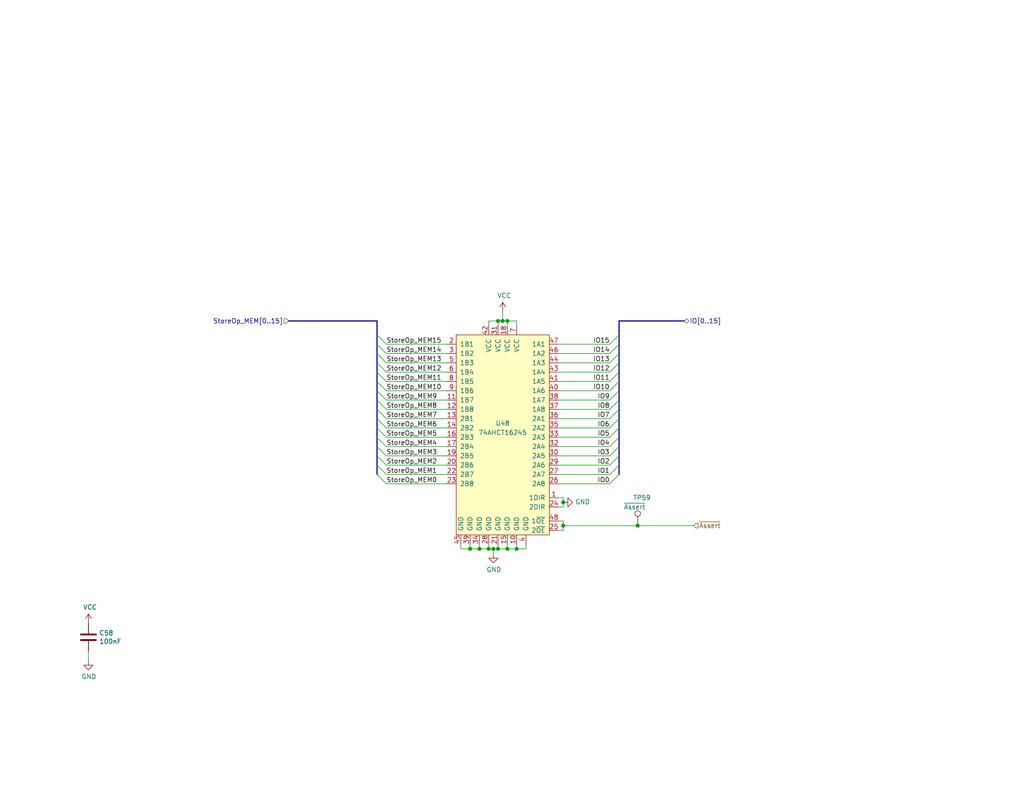
<source format=kicad_sch>
(kicad_sch (version 20211123) (generator eeschema)
  (paper "USLetter")
  (title_block (title "MEM: Buffer StoreOp") (date "2022-04-12") (rev "A (584b6b4f)") (comment 3 "This allows peripheral devices to assert their own value to the bus during a Load.") (comment 4 "The store operand can be disconnected from the system memory bus via tristate outputs."))
  (lib_symbols
    (symbol "74xx (kicad5):74AHCT16245_ba" (pin_names (offset 1.016))
      (property "Reference" "U" (at 0 1.27 0))
      (property "Value" "74AHCT16245_ba" (at 0 -1.27 0))
      (symbol "74AHCT16245_ba_0_1"
        (rectangle (start -12.7 26.67) (end 12.7 -27.94) (fill (type background)))
      )
      (symbol "74AHCT16245_ba_1_1"
        (pin input line (at -15.24 -17.78 0) (length 2.54) (name "1DIR") (number "1"))
        (pin power_in line (at -3.81 -30.48 90) (length 2.54) (name "GND") (number "10"))
        (pin input line (at 15.24 8.89 180) (length 2.54) (name "1B7") (number "11"))
        (pin input line (at 15.24 6.35 180) (length 2.54) (name "1B8") (number "12"))
        (pin input line (at 15.24 3.81 180) (length 2.54) (name "2B1") (number "13"))
        (pin input line (at 15.24 1.27 180) (length 2.54) (name "2B2") (number "14"))
        (pin power_in line (at -1.27 -30.48 90) (length 2.54) (name "GND") (number "15"))
        (pin input line (at 15.24 -1.27 180) (length 2.54) (name "2B3") (number "16"))
        (pin input line (at 15.24 -3.81 180) (length 2.54) (name "2B4") (number "17"))
        (pin power_in line (at -1.27 29.21 270) (length 2.54) (name "VCC") (number "18"))
        (pin input line (at 15.24 -6.35 180) (length 2.54) (name "2B5") (number "19"))
        (pin input line (at 15.24 24.13 180) (length 2.54) (name "1B1") (number "2"))
        (pin input line (at 15.24 -8.89 180) (length 2.54) (name "2B6") (number "20"))
        (pin power_in line (at 1.27 -30.48 90) (length 2.54) (name "GND") (number "21"))
        (pin input line (at 15.24 -11.43 180) (length 2.54) (name "2B7") (number "22"))
        (pin input line (at 15.24 -13.97 180) (length 2.54) (name "2B8") (number "23"))
        (pin input line (at -15.24 -20.32 0) (length 2.54) (name "2DIR") (number "24"))
        (pin input line (at -15.24 -26.67 0) (length 2.54) (name "2~{OE}") (number "25"))
        (pin tri_state line (at -15.24 -13.97 0) (length 2.54) (name "2A8") (number "26"))
        (pin tri_state line (at -15.24 -11.43 0) (length 2.54) (name "2A7") (number "27"))
        (pin power_in line (at 3.81 -30.48 90) (length 2.54) (name "GND") (number "28"))
        (pin tri_state line (at -15.24 -8.89 0) (length 2.54) (name "2A6") (number "29"))
        (pin input line (at 15.24 21.59 180) (length 2.54) (name "1B2") (number "3"))
        (pin tri_state line (at -15.24 -6.35 0) (length 2.54) (name "2A5") (number "30"))
        (pin power_in line (at 1.27 29.21 270) (length 2.54) (name "VCC") (number "31"))
        (pin tri_state line (at -15.24 -3.81 0) (length 2.54) (name "2A4") (number "32"))
        (pin tri_state line (at -15.24 -1.27 0) (length 2.54) (name "2A3") (number "33"))
        (pin power_in line (at 6.35 -30.48 90) (length 2.54) (name "GND") (number "34"))
        (pin tri_state line (at -15.24 1.27 0) (length 2.54) (name "2A2") (number "35"))
        (pin tri_state line (at -15.24 3.81 0) (length 2.54) (name "2A1") (number "36"))
        (pin tri_state line (at -15.24 6.35 0) (length 2.54) (name "1A8") (number "37"))
        (pin tri_state line (at -15.24 8.89 0) (length 2.54) (name "1A7") (number "38"))
        (pin power_in line (at 8.89 -30.48 90) (length 2.54) (name "GND") (number "39"))
        (pin power_in line (at -6.35 -30.48 90) (length 2.54) (name "GND") (number "4"))
        (pin tri_state line (at -15.24 11.43 0) (length 2.54) (name "1A6") (number "40"))
        (pin tri_state line (at -15.24 13.97 0) (length 2.54) (name "1A5") (number "41"))
        (pin power_in line (at 3.81 29.21 270) (length 2.54) (name "VCC") (number "42"))
        (pin tri_state line (at -15.24 16.51 0) (length 2.54) (name "1A4") (number "43"))
        (pin tri_state line (at -15.24 19.05 0) (length 2.54) (name "1A3") (number "44"))
        (pin power_in line (at 11.43 -30.48 90) (length 2.54) (name "GND") (number "45"))
        (pin tri_state line (at -15.24 21.59 0) (length 2.54) (name "1A2") (number "46"))
        (pin tri_state line (at -15.24 24.13 0) (length 2.54) (name "1A1") (number "47"))
        (pin input line (at -15.24 -24.13 0) (length 2.54) (name "1~{OE}") (number "48"))
        (pin input line (at 15.24 19.05 180) (length 2.54) (name "1B3") (number "5"))
        (pin input line (at 15.24 16.51 180) (length 2.54) (name "1B4") (number "6"))
        (pin power_in line (at -3.81 29.21 270) (length 2.54) (name "VCC") (number "7"))
        (pin input line (at 15.24 13.97 180) (length 2.54) (name "1B5") (number "8"))
        (pin input line (at 15.24 11.43 180) (length 2.54) (name "1B6") (number "9"))
      )
    )
    (symbol "Connector:TestPoint" (pin_numbers hide) (pin_names (offset 0.762) hide)
      (property "Reference" "TP" (at 0 6.858 0))
      (property "Value" "TestPoint" (at 0 5.08 0))
      (symbol "TestPoint_0_1"
        (circle (center 0 3.302) (radius 0.762))
      )
      (symbol "TestPoint_1_1"
        (pin passive line (at 0 0 90) (length 2.54) (name "1") (number "1"))
      )
    )
    (symbol "Device:C" (pin_numbers hide) (pin_names (offset 0.254))
      (property "Reference" "C" (at 0.635 2.54 0))
      (property "Value" "C" (at 0.635 -2.54 0))
      (symbol "C_0_1"
        (polyline (pts (xy -2.032 -0.762) (xy 2.032 -0.762)) (stroke (width 0.508)))
        (polyline (pts (xy -2.032 0.762) (xy 2.032 0.762)) (stroke (width 0.508)))
      )
      (symbol "C_1_1"
        (pin passive line (at 0 3.81 270) (length 2.794) (name "~") (number "1"))
        (pin passive line (at 0 -3.81 90) (length 2.794) (name "~") (number "2"))
      )
    )
    (symbol "power:GND" (power) (pin_names (offset 0))
      (property "Value" "GND" (at 0 -3.81 0))
      (symbol "GND_0_1"
        (polyline (pts (xy 0 0) (xy 0 -1.27) (xy 1.27 -1.27) (xy 0 -2.54) (xy -1.27 -1.27) (xy 0 -1.27)))
      )
      (symbol "GND_1_1"
        (pin power_in line (at 0 0 270) (length 0) hide (name "GND") (number "1"))
      )
    )
    (symbol "power:VCC" (power) (pin_names (offset 0))
      (property "Value" "VCC" (at 0 3.81 0))
      (symbol "VCC_0_1"
        (polyline (pts (xy -0.762 1.27) (xy 0 2.54)))
        (polyline (pts (xy 0 0) (xy 0 2.54)))
        (polyline (pts (xy 0 2.54) (xy 0.762 1.27)))
      )
      (symbol "VCC_1_1"
        (pin power_in line (at 0 0 90) (length 0) hide (name "VCC") (number "1"))
      )
    )
  )
  (junction (at 153.67 143.51))
  (junction (at 135.89 87.63))
  (junction (at 173.99 143.51))
  (junction (at 133.35 149.86))
  (junction (at 134.62 149.86))
  (junction (at 153.67 137.16))
  (junction (at 138.43 149.86))
  (junction (at 138.43 87.63))
  (junction (at 140.97 149.86))
  (junction (at 130.81 149.86))
  (junction (at 135.89 149.86))
  (junction (at 137.16 87.63))
  (junction (at 128.27 149.86))
  (bus_entry (at 105.41 111.76) (size -2.54 -2.54))
  (bus_entry (at 105.41 99.06) (size -2.54 -2.54))
  (bus_entry (at 166.37 111.76) (size 2.54 -2.54))
  (bus_entry (at 105.41 106.68) (size -2.54 -2.54))
  (bus_entry (at 166.37 116.84) (size 2.54 -2.54))
  (bus_entry (at 166.37 96.52) (size 2.54 -2.54))
  (bus_entry (at 105.41 114.3) (size -2.54 -2.54))
  (bus_entry (at 105.41 119.38) (size -2.54 -2.54))
  (bus_entry (at 166.37 121.92) (size 2.54 -2.54))
  (bus_entry (at 105.41 116.84) (size -2.54 -2.54))
  (bus_entry (at 166.37 106.68) (size 2.54 -2.54))
  (bus_entry (at 166.37 104.14) (size 2.54 -2.54))
  (bus_entry (at 105.41 121.92) (size -2.54 -2.54))
  (bus_entry (at 166.37 101.6) (size 2.54 -2.54))
  (bus_entry (at 166.37 132.08) (size 2.54 -2.54))
  (bus_entry (at 166.37 93.98) (size 2.54 -2.54))
  (bus_entry (at 166.37 114.3) (size 2.54 -2.54))
  (bus_entry (at 166.37 124.46) (size 2.54 -2.54))
  (bus_entry (at 105.41 101.6) (size -2.54 -2.54))
  (bus_entry (at 105.41 129.54) (size -2.54 -2.54))
  (bus_entry (at 166.37 119.38) (size 2.54 -2.54))
  (bus_entry (at 166.37 127) (size 2.54 -2.54))
  (bus_entry (at 105.41 124.46) (size -2.54 -2.54))
  (bus_entry (at 105.41 127) (size -2.54 -2.54))
  (bus_entry (at 105.41 93.98) (size -2.54 -2.54))
  (bus_entry (at 105.41 104.14) (size -2.54 -2.54))
  (bus_entry (at 105.41 132.08) (size -2.54 -2.54))
  (bus_entry (at 166.37 99.06) (size 2.54 -2.54))
  (bus_entry (at 105.41 96.52) (size -2.54 -2.54))
  (bus_entry (at 105.41 109.22) (size -2.54 -2.54))
  (bus_entry (at 166.37 129.54) (size 2.54 -2.54))
  (bus_entry (at 166.37 109.22) (size 2.54 -2.54))
  (wire (pts (xy 105.41 111.76) (xy 121.92 111.76)))
  (wire (pts (xy 135.89 148.59) (xy 135.89 149.86)))
  (wire (pts (xy 135.89 87.63) (xy 137.16 87.63)))
  (bus (pts (xy 168.91 109.22) (xy 168.91 111.76)))
  (wire (pts (xy 125.73 148.59) (xy 125.73 149.86)))
  (wire (pts (xy 166.37 101.6) (xy 152.4 101.6)))
  (wire (pts (xy 153.67 143.51) (xy 153.67 144.78)))
  (wire (pts (xy 166.37 109.22) (xy 152.4 109.22)))
  (wire (pts (xy 166.37 119.38) (xy 152.4 119.38)))
  (wire (pts (xy 153.67 142.24) (xy 153.67 143.51)))
  (wire (pts (xy 137.16 87.63) (xy 137.16 85.09)))
  (wire (pts (xy 152.4 135.89) (xy 153.67 135.89)))
  (wire (pts (xy 143.51 149.86) (xy 143.51 148.59)))
  (bus (pts (xy 168.91 127) (xy 168.91 129.54)))
  (wire (pts (xy 105.41 124.46) (xy 121.92 124.46)))
  (wire (pts (xy 105.41 101.6) (xy 121.92 101.6)))
  (wire (pts (xy 105.41 106.68) (xy 121.92 106.68)))
  (wire (pts (xy 138.43 149.86) (xy 140.97 149.86)))
  (wire (pts (xy 135.89 88.9) (xy 135.89 87.63)))
  (wire (pts (xy 105.41 132.08) (xy 121.92 132.08)))
  (wire (pts (xy 134.62 149.86) (xy 134.62 151.13)))
  (wire (pts (xy 153.67 143.51) (xy 173.99 143.51)))
  (wire (pts (xy 105.41 129.54) (xy 121.92 129.54)))
  (bus (pts (xy 102.87 87.63) (xy 78.74 87.63)))
  (bus (pts (xy 168.91 101.6) (xy 168.91 104.14)))
  (wire (pts (xy 140.97 148.59) (xy 140.97 149.86)))
  (wire (pts (xy 166.37 127) (xy 152.4 127)))
  (wire (pts (xy 166.37 116.84) (xy 152.4 116.84)))
  (bus (pts (xy 168.91 124.46) (xy 168.91 127)))
  (wire (pts (xy 134.62 149.86) (xy 135.89 149.86)))
  (bus (pts (xy 102.87 96.52) (xy 102.87 99.06)))
  (wire (pts (xy 166.37 114.3) (xy 152.4 114.3)))
  (wire (pts (xy 128.27 149.86) (xy 130.81 149.86)))
  (bus (pts (xy 102.87 124.46) (xy 102.87 127)))
  (wire (pts (xy 130.81 148.59) (xy 130.81 149.86)))
  (wire (pts (xy 153.67 144.78) (xy 152.4 144.78)))
  (bus (pts (xy 102.87 114.3) (xy 102.87 116.84)))
  (bus (pts (xy 102.87 119.38) (xy 102.87 121.92)))
  (bus (pts (xy 102.87 104.14) (xy 102.87 106.68)))
  (bus (pts (xy 168.91 104.14) (xy 168.91 106.68)))
  (bus (pts (xy 102.87 91.44) (xy 102.87 93.98)))
  (wire (pts (xy 153.67 138.43) (xy 152.4 138.43)))
  (bus (pts (xy 168.91 116.84) (xy 168.91 119.38)))
  (bus (pts (xy 102.87 99.06) (xy 102.87 101.6)))
  (bus (pts (xy 102.87 116.84) (xy 102.87 119.38)))
  (bus (pts (xy 168.91 106.68) (xy 168.91 109.22)))
  (wire (pts (xy 105.41 119.38) (xy 121.92 119.38)))
  (bus (pts (xy 168.91 87.63) (xy 168.91 91.44)))
  (wire (pts (xy 105.41 116.84) (xy 121.92 116.84)))
  (wire (pts (xy 166.37 99.06) (xy 152.4 99.06)))
  (wire (pts (xy 105.41 104.14) (xy 121.92 104.14)))
  (wire (pts (xy 153.67 137.16) (xy 153.67 138.43)))
  (bus (pts (xy 168.91 96.52) (xy 168.91 99.06)))
  (wire (pts (xy 105.41 93.98) (xy 121.92 93.98)))
  (wire (pts (xy 166.37 93.98) (xy 152.4 93.98)))
  (wire (pts (xy 133.35 87.63) (xy 135.89 87.63)))
  (bus (pts (xy 102.87 109.22) (xy 102.87 111.76)))
  (wire (pts (xy 105.41 96.52) (xy 121.92 96.52)))
  (bus (pts (xy 102.87 111.76) (xy 102.87 114.3)))
  (wire (pts (xy 138.43 87.63) (xy 140.97 87.63)))
  (bus (pts (xy 102.87 121.92) (xy 102.87 124.46)))
  (bus (pts (xy 168.91 93.98) (xy 168.91 96.52)))
  (bus (pts (xy 168.91 121.92) (xy 168.91 124.46)))
  (bus (pts (xy 102.87 101.6) (xy 102.87 104.14)))
  (wire (pts (xy 105.41 99.06) (xy 121.92 99.06)))
  (wire (pts (xy 133.35 149.86) (xy 134.62 149.86)))
  (wire (pts (xy 105.41 127) (xy 121.92 127)))
  (wire (pts (xy 133.35 148.59) (xy 133.35 149.86)))
  (wire (pts (xy 166.37 104.14) (xy 152.4 104.14)))
  (bus (pts (xy 168.91 87.63) (xy 186.69 87.63)))
  (wire (pts (xy 166.37 96.52) (xy 152.4 96.52)))
  (wire (pts (xy 138.43 87.63) (xy 138.43 88.9)))
  (wire (pts (xy 166.37 132.08) (xy 152.4 132.08)))
  (bus (pts (xy 102.87 87.63) (xy 102.87 91.44)))
  (bus (pts (xy 102.87 106.68) (xy 102.87 109.22)))
  (bus (pts (xy 168.91 91.44) (xy 168.91 93.98)))
  (wire (pts (xy 166.37 106.68) (xy 152.4 106.68)))
  (wire (pts (xy 133.35 88.9) (xy 133.35 87.63)))
  (wire (pts (xy 125.73 149.86) (xy 128.27 149.86)))
  (wire (pts (xy 140.97 149.86) (xy 143.51 149.86)))
  (bus (pts (xy 168.91 119.38) (xy 168.91 121.92)))
  (wire (pts (xy 166.37 121.92) (xy 152.4 121.92)))
  (wire (pts (xy 128.27 148.59) (xy 128.27 149.86)))
  (wire (pts (xy 138.43 148.59) (xy 138.43 149.86)))
  (wire (pts (xy 137.16 87.63) (xy 138.43 87.63)))
  (bus (pts (xy 102.87 127) (xy 102.87 129.54)))
  (wire (pts (xy 24.13 180.34) (xy 24.13 177.8)))
  (wire (pts (xy 105.41 114.3) (xy 121.92 114.3)))
  (bus (pts (xy 102.87 93.98) (xy 102.87 96.52)))
  (bus (pts (xy 168.91 114.3) (xy 168.91 116.84)))
  (wire (pts (xy 166.37 124.46) (xy 152.4 124.46)))
  (wire (pts (xy 153.67 135.89) (xy 153.67 137.16)))
  (wire (pts (xy 173.99 143.51) (xy 189.23 143.51)))
  (wire (pts (xy 166.37 129.54) (xy 152.4 129.54)))
  (wire (pts (xy 130.81 149.86) (xy 133.35 149.86)))
  (wire (pts (xy 140.97 87.63) (xy 140.97 88.9)))
  (bus (pts (xy 168.91 111.76) (xy 168.91 114.3)))
  (wire (pts (xy 152.4 142.24) (xy 153.67 142.24)))
  (bus (pts (xy 168.91 99.06) (xy 168.91 101.6)))
  (wire (pts (xy 105.41 121.92) (xy 121.92 121.92)))
  (wire (pts (xy 166.37 111.76) (xy 152.4 111.76)))
  (wire (pts (xy 105.41 109.22) (xy 121.92 109.22)))
  (wire (pts (xy 135.89 149.86) (xy 138.43 149.86)))
  (label "StoreOp_MEM9" (at 105.41 109.22 0))
  (label "IO0" (at 166.37 132.08 180))
  (label "StoreOp_MEM7" (at 105.41 114.3 0))
  (label "StoreOp_MEM11" (at 105.41 104.14 0))
  (label "StoreOp_MEM1" (at 105.41 129.54 0))
  (label "StoreOp_MEM10" (at 105.41 106.68 0))
  (label "IO15" (at 166.37 93.98 180))
  (label "IO13" (at 166.37 99.06 180))
  (label "IO8" (at 166.37 111.76 180))
  (label "IO12" (at 166.37 101.6 180))
  (label "StoreOp_MEM12" (at 105.41 101.6 0))
  (label "IO4" (at 166.37 121.92 180))
  (label "StoreOp_MEM15" (at 105.41 93.98 0))
  (label "StoreOp_MEM4" (at 105.41 121.92 0))
  (label "IO6" (at 166.37 116.84 180))
  (label "StoreOp_MEM8" (at 105.41 111.76 0))
  (label "IO2" (at 166.37 127 180))
  (label "StoreOp_MEM13" (at 105.41 99.06 0))
  (label "StoreOp_MEM3" (at 105.41 124.46 0))
  (label "IO1" (at 166.37 129.54 180))
  (label "StoreOp_MEM2" (at 105.41 127 0))
  (label "StoreOp_MEM0" (at 105.41 132.08 0))
  (label "IO5" (at 166.37 119.38 180))
  (label "IO7" (at 166.37 114.3 180))
  (label "IO14" (at 166.37 96.52 180))
  (label "StoreOp_MEM14" (at 105.41 96.52 0))
  (label "IO10" (at 166.37 106.68 180))
  (label "StoreOp_MEM5" (at 105.41 119.38 0))
  (label "IO11" (at 166.37 104.14 180))
  (label "IO9" (at 166.37 109.22 180))
  (label "IO3" (at 166.37 124.46 180))
  (label "StoreOp_MEM6" (at 105.41 116.84 0))
  (hierarchical_label "StoreOp_MEM[0..15]" (shape input) (at 78.74 87.63 180))
  (hierarchical_label "~{Assert}" (shape input) (at 189.23 143.51 0))
  (hierarchical_label "IO[0..15]" (shape tri_state) (at 186.69 87.63 0))
  (symbol (lib_id "Device:C") (at 24.13 173.99 0) (unit 1)
    (property "Reference" "C58" (at 27.051 172.8216 0) (effects (justify left)))
    (property "Value" "100nF" (at 27.051 175.133 0) (effects (justify left)))
    (property "Footprint" "Capacitor_SMD:C_0603_1608Metric_Pad1.08x0.95mm_HandSolder" (effects hide))
    (property "Mouser" "https://www.mouser.com/ProductDetail/963-EMK107B7104KAHT" (effects hide))
  )
  (symbol (lib_id "power:VCC") (at 24.13 170.18 0) (unit 1)
    (property "Reference" "#PWR0312" (effects hide))
    (property "Value" "VCC" (at 24.5618 165.7858 0))
  )
  (symbol (lib_id "power:GND") (at 24.13 180.34 0) (unit 1)
    (property "Reference" "#PWR0313" (effects hide))
    (property "Value" "GND" (at 24.257 184.7342 0))
  )
  (symbol (lib_id "power:GND") (at 134.62 151.13 0) (unit 1)
    (property "Reference" "#PWR0314" (effects hide))
    (property "Value" "GND" (at 134.747 155.5242 0))
  )
  (symbol (lib_id "power:VCC") (at 137.16 85.09 0) (unit 1)
    (property "Reference" "#PWR0315" (effects hide))
    (property "Value" "VCC" (at 137.5918 80.6958 0))
  )
  (symbol (lib_id "74xx (kicad5):74AHCT16245_ba") (at 137.16 118.11 0) (mirror y) (unit 1)
    (property "Reference" "U48" (at 137.16 115.57 0))
    (property "Value" "74AHCT16245" (at 137.16 118.11 0))
    (property "Footprint" "Package_SO:TSSOP-48_6.1x12.5mm_P0.5mm" (effects hide))
    (property "Datasheet" "https://www.ti.com/lit/ds/symlink/sn74ahct16245.pdf?HQS=dis-mous-null-mousermode-dsf-pf-null-wwe&ts=1617319205092" (effects hide))
    (property "Mouser" "https://www.mouser.com/ProductDetail/Texas-Instruments/74AHCT16245DLRG4?qs=%2Fha2pyFaduixTLlQ%252B3rIFW8KDPMe6E5CxoQ2Fc519Y9S5BWJ%252B%2FVWeIYQshP1VtN3&utm_source=octopart&utm_medium=aggregator&utm_campaign=595-74AHCT16245DLRG4&utm_content=Texas%20Instruments" (effects hide))
  )
  (symbol (lib_id "power:GND") (at 153.67 137.16 90) (unit 1)
    (property "Reference" "#PWR0316" (effects hide))
    (property "Value" "GND" (at 156.9212 137.033 90) (effects (justify right)))
  )
  (symbol (lib_id "Connector:TestPoint") (at 173.99 143.51 0) (unit 1)
    (property "Reference" "TP59" (at 172.72 135.89 0) (effects (justify left)))
    (property "Value" "~{Assert}" (at 170.18 138.43 0) (effects (justify left)))
    (property "Footprint" "TestPoint:TestPoint_Pad_D1.0mm" (effects hide))
  )
)
</source>
